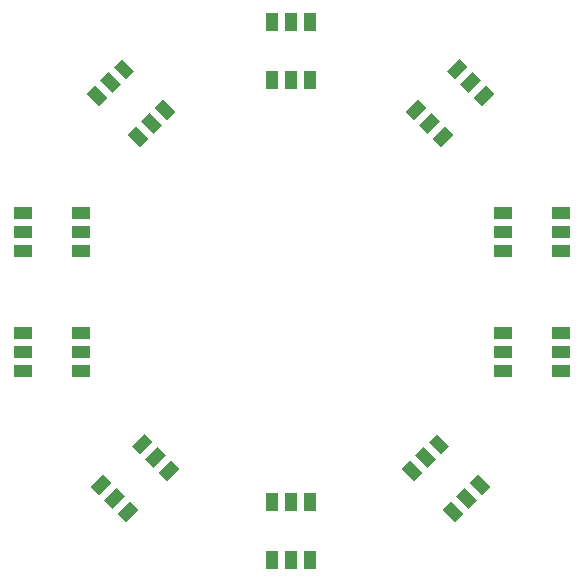
<source format=gbp>
G04 MADE WITH FRITZING*
G04 WWW.FRITZING.ORG*
G04 DOUBLE SIDED*
G04 HOLES PLATED*
G04 CONTOUR ON CENTER OF CONTOUR VECTOR*
%ASAXBY*%
%FSLAX23Y23*%
%MOIN*%
%OFA0B0*%
%SFA1.0B1.0*%
%ADD10R,0.059056X0.039361*%
%ADD11R,0.059056X0.039389*%
%ADD12R,0.059056X0.039375*%
%ADD13R,0.039361X0.059056*%
%ADD14R,0.039389X0.059056*%
%ADD15R,0.039375X0.059056*%
%LNPASTEMASK0*%
G90*
G70*
G54D10*
X3046Y4048D03*
G54D11*
X3046Y4111D03*
G54D12*
X3046Y4174D03*
X3239Y4174D03*
G54D11*
X3239Y4111D03*
G54D10*
X3239Y4048D03*
X3046Y3648D03*
G54D11*
X3046Y3711D03*
G54D12*
X3046Y3774D03*
X3239Y3774D03*
G54D11*
X3239Y3711D03*
G54D10*
X3239Y3648D03*
G54D13*
X4002Y4618D03*
G54D14*
X3939Y4618D03*
G54D15*
X3876Y4618D03*
X3876Y4811D03*
G54D14*
X3939Y4811D03*
G54D13*
X4002Y4811D03*
G54D10*
X4646Y4048D03*
G54D11*
X4646Y4111D03*
G54D12*
X4646Y4174D03*
X4839Y4174D03*
G54D11*
X4839Y4111D03*
G54D10*
X4839Y4048D03*
X4646Y3648D03*
G54D11*
X4646Y3711D03*
G54D12*
X4646Y3774D03*
X4839Y3774D03*
G54D11*
X4839Y3711D03*
G54D10*
X4839Y3648D03*
G54D13*
X4002Y3018D03*
G54D14*
X3939Y3018D03*
G54D15*
X3876Y3018D03*
X3876Y3211D03*
G54D14*
X3939Y3211D03*
G54D13*
X4002Y3211D03*
G36*
X3513Y4554D02*
X3555Y4512D01*
X3527Y4484D01*
X3485Y4526D01*
X3513Y4554D01*
G37*
D02*
G36*
X3468Y4509D02*
X3510Y4468D01*
X3482Y4440D01*
X3440Y4481D01*
X3468Y4509D01*
G37*
D02*
G36*
X3424Y4465D02*
X3466Y4423D01*
X3438Y4395D01*
X3396Y4437D01*
X3424Y4465D01*
G37*
D02*
G36*
X3287Y4601D02*
X3329Y4559D01*
X3301Y4532D01*
X3260Y4573D01*
X3287Y4601D01*
G37*
D02*
G36*
X3332Y4646D02*
X3374Y4604D01*
X3346Y4576D01*
X3304Y4618D01*
X3332Y4646D01*
G37*
D02*
G36*
X3376Y4690D02*
X3418Y4648D01*
X3390Y4621D01*
X3349Y4662D01*
X3376Y4690D01*
G37*
D02*
G36*
X4482Y4437D02*
X4440Y4395D01*
X4412Y4423D01*
X4454Y4465D01*
X4482Y4437D01*
G37*
D02*
G36*
X4437Y4481D02*
X4396Y4440D01*
X4368Y4468D01*
X4409Y4509D01*
X4437Y4481D01*
G37*
D02*
G36*
X4393Y4526D02*
X4351Y4484D01*
X4323Y4512D01*
X4365Y4554D01*
X4393Y4526D01*
G37*
D02*
G36*
X4529Y4662D02*
X4487Y4621D01*
X4460Y4648D01*
X4501Y4690D01*
X4529Y4662D01*
G37*
D02*
G36*
X4574Y4618D02*
X4532Y4576D01*
X4504Y4604D01*
X4546Y4646D01*
X4574Y4618D01*
G37*
D02*
G36*
X4618Y4573D02*
X4576Y4532D01*
X4549Y4559D01*
X4590Y4601D01*
X4618Y4573D01*
G37*
D02*
G36*
X4563Y3304D02*
X4605Y3262D01*
X4577Y3234D01*
X4535Y3276D01*
X4563Y3304D01*
G37*
D02*
G36*
X4518Y3259D02*
X4560Y3218D01*
X4532Y3190D01*
X4490Y3231D01*
X4518Y3259D01*
G37*
D02*
G36*
X4474Y3215D02*
X4516Y3173D01*
X4488Y3145D01*
X4446Y3187D01*
X4474Y3215D01*
G37*
D02*
G36*
X4337Y3351D02*
X4379Y3309D01*
X4351Y3282D01*
X4310Y3323D01*
X4337Y3351D01*
G37*
D02*
G36*
X4382Y3396D02*
X4424Y3354D01*
X4396Y3326D01*
X4354Y3368D01*
X4382Y3396D01*
G37*
D02*
G36*
X4426Y3440D02*
X4468Y3398D01*
X4440Y3371D01*
X4399Y3412D01*
X4426Y3440D01*
G37*
D02*
G36*
X3432Y3187D02*
X3390Y3145D01*
X3362Y3173D01*
X3404Y3215D01*
X3432Y3187D01*
G37*
D02*
G36*
X3387Y3231D02*
X3346Y3190D01*
X3318Y3218D01*
X3359Y3259D01*
X3387Y3231D01*
G37*
D02*
G36*
X3343Y3276D02*
X3301Y3234D01*
X3273Y3262D01*
X3315Y3304D01*
X3343Y3276D01*
G37*
D02*
G36*
X3479Y3412D02*
X3437Y3371D01*
X3410Y3398D01*
X3451Y3440D01*
X3479Y3412D01*
G37*
D02*
G36*
X3524Y3368D02*
X3482Y3326D01*
X3454Y3354D01*
X3496Y3396D01*
X3524Y3368D01*
G37*
D02*
G36*
X3568Y3323D02*
X3526Y3282D01*
X3499Y3309D01*
X3540Y3351D01*
X3568Y3323D01*
G37*
D02*
G04 End of PasteMask0*
M02*
</source>
